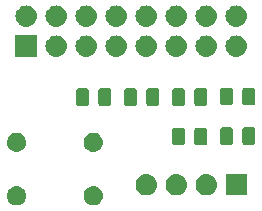
<source format=gts>
G04 #@! TF.GenerationSoftware,KiCad,Pcbnew,(5.1.2)-1*
G04 #@! TF.CreationDate,2019-05-14T16:37:42-04:00*
G04 #@! TF.ProjectId,RaspberryPiHat,52617370-6265-4727-9279-50694861742e,1*
G04 #@! TF.SameCoordinates,Original*
G04 #@! TF.FileFunction,Soldermask,Top*
G04 #@! TF.FilePolarity,Negative*
%FSLAX46Y46*%
G04 Gerber Fmt 4.6, Leading zero omitted, Abs format (unit mm)*
G04 Created by KiCad (PCBNEW (5.1.2)-1) date 2019-05-14 16:37:42*
%MOMM*%
%LPD*%
G04 APERTURE LIST*
%ADD10C,0.100000*%
G04 APERTURE END LIST*
D10*
G36*
X98349146Y-80445521D02*
G01*
X98428775Y-80453364D01*
X98566779Y-80495227D01*
X98582029Y-80499853D01*
X98723262Y-80575344D01*
X98847058Y-80676941D01*
X98948655Y-80800737D01*
X99024146Y-80941970D01*
X99024147Y-80941973D01*
X99070635Y-81095224D01*
X99086332Y-81254600D01*
X99070635Y-81413976D01*
X99024147Y-81567227D01*
X99024146Y-81567230D01*
X98948655Y-81708463D01*
X98847058Y-81832259D01*
X98723262Y-81933856D01*
X98582029Y-82009347D01*
X98582026Y-82009348D01*
X98428775Y-82055836D01*
X98349146Y-82063679D01*
X98309333Y-82067600D01*
X98229465Y-82067600D01*
X98189652Y-82063679D01*
X98110023Y-82055836D01*
X97956772Y-82009348D01*
X97956769Y-82009347D01*
X97815536Y-81933856D01*
X97691740Y-81832259D01*
X97590143Y-81708463D01*
X97514652Y-81567230D01*
X97514651Y-81567227D01*
X97468163Y-81413976D01*
X97452466Y-81254600D01*
X97468163Y-81095224D01*
X97514651Y-80941973D01*
X97514652Y-80941970D01*
X97590143Y-80800737D01*
X97691740Y-80676941D01*
X97815536Y-80575344D01*
X97956769Y-80499853D01*
X97972019Y-80495227D01*
X98110023Y-80453364D01*
X98189652Y-80445521D01*
X98229465Y-80441600D01*
X98309333Y-80441600D01*
X98349146Y-80445521D01*
X98349146Y-80445521D01*
G37*
G36*
X91846746Y-80445521D02*
G01*
X91926375Y-80453364D01*
X92064379Y-80495227D01*
X92079629Y-80499853D01*
X92220862Y-80575344D01*
X92344658Y-80676941D01*
X92446255Y-80800737D01*
X92521746Y-80941970D01*
X92521747Y-80941973D01*
X92568235Y-81095224D01*
X92583932Y-81254600D01*
X92568235Y-81413976D01*
X92521747Y-81567227D01*
X92521746Y-81567230D01*
X92446255Y-81708463D01*
X92344658Y-81832259D01*
X92220862Y-81933856D01*
X92079629Y-82009347D01*
X92079626Y-82009348D01*
X91926375Y-82055836D01*
X91846746Y-82063679D01*
X91806933Y-82067600D01*
X91727065Y-82067600D01*
X91687252Y-82063679D01*
X91607623Y-82055836D01*
X91454372Y-82009348D01*
X91454369Y-82009347D01*
X91313136Y-81933856D01*
X91189340Y-81832259D01*
X91087743Y-81708463D01*
X91012252Y-81567230D01*
X91012251Y-81567227D01*
X90965763Y-81413976D01*
X90950066Y-81254600D01*
X90965763Y-81095224D01*
X91012251Y-80941973D01*
X91012252Y-80941970D01*
X91087743Y-80800737D01*
X91189340Y-80676941D01*
X91313136Y-80575344D01*
X91454369Y-80499853D01*
X91469619Y-80495227D01*
X91607623Y-80453364D01*
X91687252Y-80445521D01*
X91727065Y-80441600D01*
X91806933Y-80441600D01*
X91846746Y-80445521D01*
X91846746Y-80445521D01*
G37*
G36*
X105400443Y-79424119D02*
G01*
X105466627Y-79430637D01*
X105636466Y-79482157D01*
X105792991Y-79565822D01*
X105828729Y-79595152D01*
X105930186Y-79678414D01*
X106013448Y-79779871D01*
X106042778Y-79815609D01*
X106126443Y-79972134D01*
X106177963Y-80141973D01*
X106195359Y-80318600D01*
X106177963Y-80495227D01*
X106126443Y-80665066D01*
X106042778Y-80821591D01*
X106013448Y-80857329D01*
X105930186Y-80958786D01*
X105828729Y-81042048D01*
X105792991Y-81071378D01*
X105636466Y-81155043D01*
X105466627Y-81206563D01*
X105400442Y-81213082D01*
X105334260Y-81219600D01*
X105245740Y-81219600D01*
X105179558Y-81213082D01*
X105113373Y-81206563D01*
X104943534Y-81155043D01*
X104787009Y-81071378D01*
X104751271Y-81042048D01*
X104649814Y-80958786D01*
X104566552Y-80857329D01*
X104537222Y-80821591D01*
X104453557Y-80665066D01*
X104402037Y-80495227D01*
X104384641Y-80318600D01*
X104402037Y-80141973D01*
X104453557Y-79972134D01*
X104537222Y-79815609D01*
X104566552Y-79779871D01*
X104649814Y-79678414D01*
X104751271Y-79595152D01*
X104787009Y-79565822D01*
X104943534Y-79482157D01*
X105113373Y-79430637D01*
X105179557Y-79424119D01*
X105245740Y-79417600D01*
X105334260Y-79417600D01*
X105400443Y-79424119D01*
X105400443Y-79424119D01*
G37*
G36*
X107940443Y-79424119D02*
G01*
X108006627Y-79430637D01*
X108176466Y-79482157D01*
X108332991Y-79565822D01*
X108368729Y-79595152D01*
X108470186Y-79678414D01*
X108553448Y-79779871D01*
X108582778Y-79815609D01*
X108666443Y-79972134D01*
X108717963Y-80141973D01*
X108735359Y-80318600D01*
X108717963Y-80495227D01*
X108666443Y-80665066D01*
X108582778Y-80821591D01*
X108553448Y-80857329D01*
X108470186Y-80958786D01*
X108368729Y-81042048D01*
X108332991Y-81071378D01*
X108176466Y-81155043D01*
X108006627Y-81206563D01*
X107940442Y-81213082D01*
X107874260Y-81219600D01*
X107785740Y-81219600D01*
X107719558Y-81213082D01*
X107653373Y-81206563D01*
X107483534Y-81155043D01*
X107327009Y-81071378D01*
X107291271Y-81042048D01*
X107189814Y-80958786D01*
X107106552Y-80857329D01*
X107077222Y-80821591D01*
X106993557Y-80665066D01*
X106942037Y-80495227D01*
X106924641Y-80318600D01*
X106942037Y-80141973D01*
X106993557Y-79972134D01*
X107077222Y-79815609D01*
X107106552Y-79779871D01*
X107189814Y-79678414D01*
X107291271Y-79595152D01*
X107327009Y-79565822D01*
X107483534Y-79482157D01*
X107653373Y-79430637D01*
X107719557Y-79424119D01*
X107785740Y-79417600D01*
X107874260Y-79417600D01*
X107940443Y-79424119D01*
X107940443Y-79424119D01*
G37*
G36*
X111271000Y-81219600D02*
G01*
X109469000Y-81219600D01*
X109469000Y-79417600D01*
X111271000Y-79417600D01*
X111271000Y-81219600D01*
X111271000Y-81219600D01*
G37*
G36*
X102860443Y-79424119D02*
G01*
X102926627Y-79430637D01*
X103096466Y-79482157D01*
X103252991Y-79565822D01*
X103288729Y-79595152D01*
X103390186Y-79678414D01*
X103473448Y-79779871D01*
X103502778Y-79815609D01*
X103586443Y-79972134D01*
X103637963Y-80141973D01*
X103655359Y-80318600D01*
X103637963Y-80495227D01*
X103586443Y-80665066D01*
X103502778Y-80821591D01*
X103473448Y-80857329D01*
X103390186Y-80958786D01*
X103288729Y-81042048D01*
X103252991Y-81071378D01*
X103096466Y-81155043D01*
X102926627Y-81206563D01*
X102860442Y-81213082D01*
X102794260Y-81219600D01*
X102705740Y-81219600D01*
X102639558Y-81213082D01*
X102573373Y-81206563D01*
X102403534Y-81155043D01*
X102247009Y-81071378D01*
X102211271Y-81042048D01*
X102109814Y-80958786D01*
X102026552Y-80857329D01*
X101997222Y-80821591D01*
X101913557Y-80665066D01*
X101862037Y-80495227D01*
X101844641Y-80318600D01*
X101862037Y-80141973D01*
X101913557Y-79972134D01*
X101997222Y-79815609D01*
X102026552Y-79779871D01*
X102109814Y-79678414D01*
X102211271Y-79595152D01*
X102247009Y-79565822D01*
X102403534Y-79482157D01*
X102573373Y-79430637D01*
X102639557Y-79424119D01*
X102705740Y-79417600D01*
X102794260Y-79417600D01*
X102860443Y-79424119D01*
X102860443Y-79424119D01*
G37*
G36*
X91846746Y-75924321D02*
G01*
X91926375Y-75932164D01*
X92079626Y-75978652D01*
X92079629Y-75978653D01*
X92220862Y-76054144D01*
X92344658Y-76155741D01*
X92446255Y-76279537D01*
X92521746Y-76420770D01*
X92521747Y-76420773D01*
X92568235Y-76574024D01*
X92583932Y-76733400D01*
X92568235Y-76892776D01*
X92538492Y-76990826D01*
X92521746Y-77046030D01*
X92446255Y-77187263D01*
X92344658Y-77311059D01*
X92220862Y-77412656D01*
X92079629Y-77488147D01*
X92079626Y-77488148D01*
X91926375Y-77534636D01*
X91846746Y-77542479D01*
X91806933Y-77546400D01*
X91727065Y-77546400D01*
X91687252Y-77542479D01*
X91607623Y-77534636D01*
X91454372Y-77488148D01*
X91454369Y-77488147D01*
X91313136Y-77412656D01*
X91189340Y-77311059D01*
X91087743Y-77187263D01*
X91012252Y-77046030D01*
X90995506Y-76990826D01*
X90965763Y-76892776D01*
X90950066Y-76733400D01*
X90965763Y-76574024D01*
X91012251Y-76420773D01*
X91012252Y-76420770D01*
X91087743Y-76279537D01*
X91189340Y-76155741D01*
X91313136Y-76054144D01*
X91454369Y-75978653D01*
X91454372Y-75978652D01*
X91607623Y-75932164D01*
X91687252Y-75924321D01*
X91727065Y-75920400D01*
X91806933Y-75920400D01*
X91846746Y-75924321D01*
X91846746Y-75924321D01*
G37*
G36*
X98349146Y-75924321D02*
G01*
X98428775Y-75932164D01*
X98582026Y-75978652D01*
X98582029Y-75978653D01*
X98723262Y-76054144D01*
X98847058Y-76155741D01*
X98948655Y-76279537D01*
X99024146Y-76420770D01*
X99024147Y-76420773D01*
X99070635Y-76574024D01*
X99086332Y-76733400D01*
X99070635Y-76892776D01*
X99040892Y-76990826D01*
X99024146Y-77046030D01*
X98948655Y-77187263D01*
X98847058Y-77311059D01*
X98723262Y-77412656D01*
X98582029Y-77488147D01*
X98582026Y-77488148D01*
X98428775Y-77534636D01*
X98349146Y-77542479D01*
X98309333Y-77546400D01*
X98229465Y-77546400D01*
X98189652Y-77542479D01*
X98110023Y-77534636D01*
X97956772Y-77488148D01*
X97956769Y-77488147D01*
X97815536Y-77412656D01*
X97691740Y-77311059D01*
X97590143Y-77187263D01*
X97514652Y-77046030D01*
X97497906Y-76990826D01*
X97468163Y-76892776D01*
X97452466Y-76733400D01*
X97468163Y-76574024D01*
X97514651Y-76420773D01*
X97514652Y-76420770D01*
X97590143Y-76279537D01*
X97691740Y-76155741D01*
X97815536Y-76054144D01*
X97956769Y-75978653D01*
X97956772Y-75978652D01*
X98110023Y-75932164D01*
X98189652Y-75924321D01*
X98229465Y-75920400D01*
X98309333Y-75920400D01*
X98349146Y-75924321D01*
X98349146Y-75924321D01*
G37*
G36*
X105860468Y-75498565D02*
G01*
X105899138Y-75510296D01*
X105934777Y-75529346D01*
X105966017Y-75554983D01*
X105991654Y-75586223D01*
X106010704Y-75621862D01*
X106022435Y-75660532D01*
X106027000Y-75706888D01*
X106027000Y-76783112D01*
X106022435Y-76829468D01*
X106010704Y-76868138D01*
X105991654Y-76903777D01*
X105966017Y-76935017D01*
X105934777Y-76960654D01*
X105899138Y-76979704D01*
X105860468Y-76991435D01*
X105814112Y-76996000D01*
X105162888Y-76996000D01*
X105116532Y-76991435D01*
X105077862Y-76979704D01*
X105042223Y-76960654D01*
X105010983Y-76935017D01*
X104985346Y-76903777D01*
X104966296Y-76868138D01*
X104954565Y-76829468D01*
X104950000Y-76783112D01*
X104950000Y-75706888D01*
X104954565Y-75660532D01*
X104966296Y-75621862D01*
X104985346Y-75586223D01*
X105010983Y-75554983D01*
X105042223Y-75529346D01*
X105077862Y-75510296D01*
X105116532Y-75498565D01*
X105162888Y-75494000D01*
X105814112Y-75494000D01*
X105860468Y-75498565D01*
X105860468Y-75498565D01*
G37*
G36*
X107735468Y-75498565D02*
G01*
X107774138Y-75510296D01*
X107809777Y-75529346D01*
X107841017Y-75554983D01*
X107866654Y-75586223D01*
X107885704Y-75621862D01*
X107897435Y-75660532D01*
X107902000Y-75706888D01*
X107902000Y-76783112D01*
X107897435Y-76829468D01*
X107885704Y-76868138D01*
X107866654Y-76903777D01*
X107841017Y-76935017D01*
X107809777Y-76960654D01*
X107774138Y-76979704D01*
X107735468Y-76991435D01*
X107689112Y-76996000D01*
X107037888Y-76996000D01*
X106991532Y-76991435D01*
X106952862Y-76979704D01*
X106917223Y-76960654D01*
X106885983Y-76935017D01*
X106860346Y-76903777D01*
X106841296Y-76868138D01*
X106829565Y-76829468D01*
X106825000Y-76783112D01*
X106825000Y-75706888D01*
X106829565Y-75660532D01*
X106841296Y-75621862D01*
X106860346Y-75586223D01*
X106885983Y-75554983D01*
X106917223Y-75529346D01*
X106952862Y-75510296D01*
X106991532Y-75498565D01*
X107037888Y-75494000D01*
X107689112Y-75494000D01*
X107735468Y-75498565D01*
X107735468Y-75498565D01*
G37*
G36*
X109924468Y-75453565D02*
G01*
X109963138Y-75465296D01*
X109998777Y-75484346D01*
X110030017Y-75509983D01*
X110055654Y-75541223D01*
X110074704Y-75576862D01*
X110086435Y-75615532D01*
X110091000Y-75661888D01*
X110091000Y-76738112D01*
X110086435Y-76784468D01*
X110074704Y-76823138D01*
X110055654Y-76858777D01*
X110030017Y-76890017D01*
X109998777Y-76915654D01*
X109963138Y-76934704D01*
X109924468Y-76946435D01*
X109878112Y-76951000D01*
X109226888Y-76951000D01*
X109180532Y-76946435D01*
X109141862Y-76934704D01*
X109106223Y-76915654D01*
X109074983Y-76890017D01*
X109049346Y-76858777D01*
X109030296Y-76823138D01*
X109018565Y-76784468D01*
X109014000Y-76738112D01*
X109014000Y-75661888D01*
X109018565Y-75615532D01*
X109030296Y-75576862D01*
X109049346Y-75541223D01*
X109074983Y-75509983D01*
X109106223Y-75484346D01*
X109141862Y-75465296D01*
X109180532Y-75453565D01*
X109226888Y-75449000D01*
X109878112Y-75449000D01*
X109924468Y-75453565D01*
X109924468Y-75453565D01*
G37*
G36*
X111799468Y-75453565D02*
G01*
X111838138Y-75465296D01*
X111873777Y-75484346D01*
X111905017Y-75509983D01*
X111930654Y-75541223D01*
X111949704Y-75576862D01*
X111961435Y-75615532D01*
X111966000Y-75661888D01*
X111966000Y-76738112D01*
X111961435Y-76784468D01*
X111949704Y-76823138D01*
X111930654Y-76858777D01*
X111905017Y-76890017D01*
X111873777Y-76915654D01*
X111838138Y-76934704D01*
X111799468Y-76946435D01*
X111753112Y-76951000D01*
X111101888Y-76951000D01*
X111055532Y-76946435D01*
X111016862Y-76934704D01*
X110981223Y-76915654D01*
X110949983Y-76890017D01*
X110924346Y-76858777D01*
X110905296Y-76823138D01*
X110893565Y-76784468D01*
X110889000Y-76738112D01*
X110889000Y-75661888D01*
X110893565Y-75615532D01*
X110905296Y-75576862D01*
X110924346Y-75541223D01*
X110949983Y-75509983D01*
X110981223Y-75484346D01*
X111016862Y-75465296D01*
X111055532Y-75453565D01*
X111101888Y-75449000D01*
X111753112Y-75449000D01*
X111799468Y-75453565D01*
X111799468Y-75453565D01*
G37*
G36*
X99607468Y-72151565D02*
G01*
X99646138Y-72163296D01*
X99681777Y-72182346D01*
X99713017Y-72207983D01*
X99738654Y-72239223D01*
X99757704Y-72274862D01*
X99769435Y-72313532D01*
X99774000Y-72359888D01*
X99774000Y-73436112D01*
X99769435Y-73482468D01*
X99757704Y-73521138D01*
X99738654Y-73556777D01*
X99713017Y-73588017D01*
X99681777Y-73613654D01*
X99646138Y-73632704D01*
X99607468Y-73644435D01*
X99561112Y-73649000D01*
X98909888Y-73649000D01*
X98863532Y-73644435D01*
X98824862Y-73632704D01*
X98789223Y-73613654D01*
X98757983Y-73588017D01*
X98732346Y-73556777D01*
X98713296Y-73521138D01*
X98701565Y-73482468D01*
X98697000Y-73436112D01*
X98697000Y-72359888D01*
X98701565Y-72313532D01*
X98713296Y-72274862D01*
X98732346Y-72239223D01*
X98757983Y-72207983D01*
X98789223Y-72182346D01*
X98824862Y-72163296D01*
X98863532Y-72151565D01*
X98909888Y-72147000D01*
X99561112Y-72147000D01*
X99607468Y-72151565D01*
X99607468Y-72151565D01*
G37*
G36*
X97732468Y-72151565D02*
G01*
X97771138Y-72163296D01*
X97806777Y-72182346D01*
X97838017Y-72207983D01*
X97863654Y-72239223D01*
X97882704Y-72274862D01*
X97894435Y-72313532D01*
X97899000Y-72359888D01*
X97899000Y-73436112D01*
X97894435Y-73482468D01*
X97882704Y-73521138D01*
X97863654Y-73556777D01*
X97838017Y-73588017D01*
X97806777Y-73613654D01*
X97771138Y-73632704D01*
X97732468Y-73644435D01*
X97686112Y-73649000D01*
X97034888Y-73649000D01*
X96988532Y-73644435D01*
X96949862Y-73632704D01*
X96914223Y-73613654D01*
X96882983Y-73588017D01*
X96857346Y-73556777D01*
X96838296Y-73521138D01*
X96826565Y-73482468D01*
X96822000Y-73436112D01*
X96822000Y-72359888D01*
X96826565Y-72313532D01*
X96838296Y-72274862D01*
X96857346Y-72239223D01*
X96882983Y-72207983D01*
X96914223Y-72182346D01*
X96949862Y-72163296D01*
X96988532Y-72151565D01*
X97034888Y-72147000D01*
X97686112Y-72147000D01*
X97732468Y-72151565D01*
X97732468Y-72151565D01*
G37*
G36*
X103671468Y-72151565D02*
G01*
X103710138Y-72163296D01*
X103745777Y-72182346D01*
X103777017Y-72207983D01*
X103802654Y-72239223D01*
X103821704Y-72274862D01*
X103833435Y-72313532D01*
X103838000Y-72359888D01*
X103838000Y-73436112D01*
X103833435Y-73482468D01*
X103821704Y-73521138D01*
X103802654Y-73556777D01*
X103777017Y-73588017D01*
X103745777Y-73613654D01*
X103710138Y-73632704D01*
X103671468Y-73644435D01*
X103625112Y-73649000D01*
X102973888Y-73649000D01*
X102927532Y-73644435D01*
X102888862Y-73632704D01*
X102853223Y-73613654D01*
X102821983Y-73588017D01*
X102796346Y-73556777D01*
X102777296Y-73521138D01*
X102765565Y-73482468D01*
X102761000Y-73436112D01*
X102761000Y-72359888D01*
X102765565Y-72313532D01*
X102777296Y-72274862D01*
X102796346Y-72239223D01*
X102821983Y-72207983D01*
X102853223Y-72182346D01*
X102888862Y-72163296D01*
X102927532Y-72151565D01*
X102973888Y-72147000D01*
X103625112Y-72147000D01*
X103671468Y-72151565D01*
X103671468Y-72151565D01*
G37*
G36*
X101796468Y-72151565D02*
G01*
X101835138Y-72163296D01*
X101870777Y-72182346D01*
X101902017Y-72207983D01*
X101927654Y-72239223D01*
X101946704Y-72274862D01*
X101958435Y-72313532D01*
X101963000Y-72359888D01*
X101963000Y-73436112D01*
X101958435Y-73482468D01*
X101946704Y-73521138D01*
X101927654Y-73556777D01*
X101902017Y-73588017D01*
X101870777Y-73613654D01*
X101835138Y-73632704D01*
X101796468Y-73644435D01*
X101750112Y-73649000D01*
X101098888Y-73649000D01*
X101052532Y-73644435D01*
X101013862Y-73632704D01*
X100978223Y-73613654D01*
X100946983Y-73588017D01*
X100921346Y-73556777D01*
X100902296Y-73521138D01*
X100890565Y-73482468D01*
X100886000Y-73436112D01*
X100886000Y-72359888D01*
X100890565Y-72313532D01*
X100902296Y-72274862D01*
X100921346Y-72239223D01*
X100946983Y-72207983D01*
X100978223Y-72182346D01*
X101013862Y-72163296D01*
X101052532Y-72151565D01*
X101098888Y-72147000D01*
X101750112Y-72147000D01*
X101796468Y-72151565D01*
X101796468Y-72151565D01*
G37*
G36*
X107735468Y-72151565D02*
G01*
X107774138Y-72163296D01*
X107809777Y-72182346D01*
X107841017Y-72207983D01*
X107866654Y-72239223D01*
X107885704Y-72274862D01*
X107897435Y-72313532D01*
X107902000Y-72359888D01*
X107902000Y-73436112D01*
X107897435Y-73482468D01*
X107885704Y-73521138D01*
X107866654Y-73556777D01*
X107841017Y-73588017D01*
X107809777Y-73613654D01*
X107774138Y-73632704D01*
X107735468Y-73644435D01*
X107689112Y-73649000D01*
X107037888Y-73649000D01*
X106991532Y-73644435D01*
X106952862Y-73632704D01*
X106917223Y-73613654D01*
X106885983Y-73588017D01*
X106860346Y-73556777D01*
X106841296Y-73521138D01*
X106829565Y-73482468D01*
X106825000Y-73436112D01*
X106825000Y-72359888D01*
X106829565Y-72313532D01*
X106841296Y-72274862D01*
X106860346Y-72239223D01*
X106885983Y-72207983D01*
X106917223Y-72182346D01*
X106952862Y-72163296D01*
X106991532Y-72151565D01*
X107037888Y-72147000D01*
X107689112Y-72147000D01*
X107735468Y-72151565D01*
X107735468Y-72151565D01*
G37*
G36*
X105860468Y-72151565D02*
G01*
X105899138Y-72163296D01*
X105934777Y-72182346D01*
X105966017Y-72207983D01*
X105991654Y-72239223D01*
X106010704Y-72274862D01*
X106022435Y-72313532D01*
X106027000Y-72359888D01*
X106027000Y-73436112D01*
X106022435Y-73482468D01*
X106010704Y-73521138D01*
X105991654Y-73556777D01*
X105966017Y-73588017D01*
X105934777Y-73613654D01*
X105899138Y-73632704D01*
X105860468Y-73644435D01*
X105814112Y-73649000D01*
X105162888Y-73649000D01*
X105116532Y-73644435D01*
X105077862Y-73632704D01*
X105042223Y-73613654D01*
X105010983Y-73588017D01*
X104985346Y-73556777D01*
X104966296Y-73521138D01*
X104954565Y-73482468D01*
X104950000Y-73436112D01*
X104950000Y-72359888D01*
X104954565Y-72313532D01*
X104966296Y-72274862D01*
X104985346Y-72239223D01*
X105010983Y-72207983D01*
X105042223Y-72182346D01*
X105077862Y-72163296D01*
X105116532Y-72151565D01*
X105162888Y-72147000D01*
X105814112Y-72147000D01*
X105860468Y-72151565D01*
X105860468Y-72151565D01*
G37*
G36*
X109924468Y-72106565D02*
G01*
X109963138Y-72118296D01*
X109998777Y-72137346D01*
X110030017Y-72162983D01*
X110055654Y-72194223D01*
X110074704Y-72229862D01*
X110086435Y-72268532D01*
X110091000Y-72314888D01*
X110091000Y-73391112D01*
X110086435Y-73437468D01*
X110074704Y-73476138D01*
X110055654Y-73511777D01*
X110030017Y-73543017D01*
X109998777Y-73568654D01*
X109963138Y-73587704D01*
X109924468Y-73599435D01*
X109878112Y-73604000D01*
X109226888Y-73604000D01*
X109180532Y-73599435D01*
X109141862Y-73587704D01*
X109106223Y-73568654D01*
X109074983Y-73543017D01*
X109049346Y-73511777D01*
X109030296Y-73476138D01*
X109018565Y-73437468D01*
X109014000Y-73391112D01*
X109014000Y-72314888D01*
X109018565Y-72268532D01*
X109030296Y-72229862D01*
X109049346Y-72194223D01*
X109074983Y-72162983D01*
X109106223Y-72137346D01*
X109141862Y-72118296D01*
X109180532Y-72106565D01*
X109226888Y-72102000D01*
X109878112Y-72102000D01*
X109924468Y-72106565D01*
X109924468Y-72106565D01*
G37*
G36*
X111799468Y-72106565D02*
G01*
X111838138Y-72118296D01*
X111873777Y-72137346D01*
X111905017Y-72162983D01*
X111930654Y-72194223D01*
X111949704Y-72229862D01*
X111961435Y-72268532D01*
X111966000Y-72314888D01*
X111966000Y-73391112D01*
X111961435Y-73437468D01*
X111949704Y-73476138D01*
X111930654Y-73511777D01*
X111905017Y-73543017D01*
X111873777Y-73568654D01*
X111838138Y-73587704D01*
X111799468Y-73599435D01*
X111753112Y-73604000D01*
X111101888Y-73604000D01*
X111055532Y-73599435D01*
X111016862Y-73587704D01*
X110981223Y-73568654D01*
X110949983Y-73543017D01*
X110924346Y-73511777D01*
X110905296Y-73476138D01*
X110893565Y-73437468D01*
X110889000Y-73391112D01*
X110889000Y-72314888D01*
X110893565Y-72268532D01*
X110905296Y-72229862D01*
X110924346Y-72194223D01*
X110949983Y-72162983D01*
X110981223Y-72137346D01*
X111016862Y-72118296D01*
X111055532Y-72106565D01*
X111101888Y-72102000D01*
X111753112Y-72102000D01*
X111799468Y-72106565D01*
X111799468Y-72106565D01*
G37*
G36*
X110473443Y-67685519D02*
G01*
X110539627Y-67692037D01*
X110709466Y-67743557D01*
X110865991Y-67827222D01*
X110901729Y-67856552D01*
X111003186Y-67939814D01*
X111086448Y-68041271D01*
X111115778Y-68077009D01*
X111199443Y-68233534D01*
X111250963Y-68403373D01*
X111268359Y-68580000D01*
X111250963Y-68756627D01*
X111199443Y-68926466D01*
X111115778Y-69082991D01*
X111086448Y-69118729D01*
X111003186Y-69220186D01*
X110901729Y-69303448D01*
X110865991Y-69332778D01*
X110709466Y-69416443D01*
X110539627Y-69467963D01*
X110473442Y-69474482D01*
X110407260Y-69481000D01*
X110318740Y-69481000D01*
X110252558Y-69474482D01*
X110186373Y-69467963D01*
X110016534Y-69416443D01*
X109860009Y-69332778D01*
X109824271Y-69303448D01*
X109722814Y-69220186D01*
X109639552Y-69118729D01*
X109610222Y-69082991D01*
X109526557Y-68926466D01*
X109475037Y-68756627D01*
X109457641Y-68580000D01*
X109475037Y-68403373D01*
X109526557Y-68233534D01*
X109610222Y-68077009D01*
X109639552Y-68041271D01*
X109722814Y-67939814D01*
X109824271Y-67856552D01*
X109860009Y-67827222D01*
X110016534Y-67743557D01*
X110186373Y-67692037D01*
X110252557Y-67685519D01*
X110318740Y-67679000D01*
X110407260Y-67679000D01*
X110473443Y-67685519D01*
X110473443Y-67685519D01*
G37*
G36*
X100313443Y-67685519D02*
G01*
X100379627Y-67692037D01*
X100549466Y-67743557D01*
X100705991Y-67827222D01*
X100741729Y-67856552D01*
X100843186Y-67939814D01*
X100926448Y-68041271D01*
X100955778Y-68077009D01*
X101039443Y-68233534D01*
X101090963Y-68403373D01*
X101108359Y-68580000D01*
X101090963Y-68756627D01*
X101039443Y-68926466D01*
X100955778Y-69082991D01*
X100926448Y-69118729D01*
X100843186Y-69220186D01*
X100741729Y-69303448D01*
X100705991Y-69332778D01*
X100549466Y-69416443D01*
X100379627Y-69467963D01*
X100313442Y-69474482D01*
X100247260Y-69481000D01*
X100158740Y-69481000D01*
X100092558Y-69474482D01*
X100026373Y-69467963D01*
X99856534Y-69416443D01*
X99700009Y-69332778D01*
X99664271Y-69303448D01*
X99562814Y-69220186D01*
X99479552Y-69118729D01*
X99450222Y-69082991D01*
X99366557Y-68926466D01*
X99315037Y-68756627D01*
X99297641Y-68580000D01*
X99315037Y-68403373D01*
X99366557Y-68233534D01*
X99450222Y-68077009D01*
X99479552Y-68041271D01*
X99562814Y-67939814D01*
X99664271Y-67856552D01*
X99700009Y-67827222D01*
X99856534Y-67743557D01*
X100026373Y-67692037D01*
X100092557Y-67685519D01*
X100158740Y-67679000D01*
X100247260Y-67679000D01*
X100313443Y-67685519D01*
X100313443Y-67685519D01*
G37*
G36*
X97773443Y-67685519D02*
G01*
X97839627Y-67692037D01*
X98009466Y-67743557D01*
X98165991Y-67827222D01*
X98201729Y-67856552D01*
X98303186Y-67939814D01*
X98386448Y-68041271D01*
X98415778Y-68077009D01*
X98499443Y-68233534D01*
X98550963Y-68403373D01*
X98568359Y-68580000D01*
X98550963Y-68756627D01*
X98499443Y-68926466D01*
X98415778Y-69082991D01*
X98386448Y-69118729D01*
X98303186Y-69220186D01*
X98201729Y-69303448D01*
X98165991Y-69332778D01*
X98009466Y-69416443D01*
X97839627Y-69467963D01*
X97773442Y-69474482D01*
X97707260Y-69481000D01*
X97618740Y-69481000D01*
X97552558Y-69474482D01*
X97486373Y-69467963D01*
X97316534Y-69416443D01*
X97160009Y-69332778D01*
X97124271Y-69303448D01*
X97022814Y-69220186D01*
X96939552Y-69118729D01*
X96910222Y-69082991D01*
X96826557Y-68926466D01*
X96775037Y-68756627D01*
X96757641Y-68580000D01*
X96775037Y-68403373D01*
X96826557Y-68233534D01*
X96910222Y-68077009D01*
X96939552Y-68041271D01*
X97022814Y-67939814D01*
X97124271Y-67856552D01*
X97160009Y-67827222D01*
X97316534Y-67743557D01*
X97486373Y-67692037D01*
X97552557Y-67685519D01*
X97618740Y-67679000D01*
X97707260Y-67679000D01*
X97773443Y-67685519D01*
X97773443Y-67685519D01*
G37*
G36*
X95233443Y-67685519D02*
G01*
X95299627Y-67692037D01*
X95469466Y-67743557D01*
X95625991Y-67827222D01*
X95661729Y-67856552D01*
X95763186Y-67939814D01*
X95846448Y-68041271D01*
X95875778Y-68077009D01*
X95959443Y-68233534D01*
X96010963Y-68403373D01*
X96028359Y-68580000D01*
X96010963Y-68756627D01*
X95959443Y-68926466D01*
X95875778Y-69082991D01*
X95846448Y-69118729D01*
X95763186Y-69220186D01*
X95661729Y-69303448D01*
X95625991Y-69332778D01*
X95469466Y-69416443D01*
X95299627Y-69467963D01*
X95233442Y-69474482D01*
X95167260Y-69481000D01*
X95078740Y-69481000D01*
X95012558Y-69474482D01*
X94946373Y-69467963D01*
X94776534Y-69416443D01*
X94620009Y-69332778D01*
X94584271Y-69303448D01*
X94482814Y-69220186D01*
X94399552Y-69118729D01*
X94370222Y-69082991D01*
X94286557Y-68926466D01*
X94235037Y-68756627D01*
X94217641Y-68580000D01*
X94235037Y-68403373D01*
X94286557Y-68233534D01*
X94370222Y-68077009D01*
X94399552Y-68041271D01*
X94482814Y-67939814D01*
X94584271Y-67856552D01*
X94620009Y-67827222D01*
X94776534Y-67743557D01*
X94946373Y-67692037D01*
X95012557Y-67685519D01*
X95078740Y-67679000D01*
X95167260Y-67679000D01*
X95233443Y-67685519D01*
X95233443Y-67685519D01*
G37*
G36*
X93484000Y-69481000D02*
G01*
X91682000Y-69481000D01*
X91682000Y-67679000D01*
X93484000Y-67679000D01*
X93484000Y-69481000D01*
X93484000Y-69481000D01*
G37*
G36*
X102853443Y-67685519D02*
G01*
X102919627Y-67692037D01*
X103089466Y-67743557D01*
X103245991Y-67827222D01*
X103281729Y-67856552D01*
X103383186Y-67939814D01*
X103466448Y-68041271D01*
X103495778Y-68077009D01*
X103579443Y-68233534D01*
X103630963Y-68403373D01*
X103648359Y-68580000D01*
X103630963Y-68756627D01*
X103579443Y-68926466D01*
X103495778Y-69082991D01*
X103466448Y-69118729D01*
X103383186Y-69220186D01*
X103281729Y-69303448D01*
X103245991Y-69332778D01*
X103089466Y-69416443D01*
X102919627Y-69467963D01*
X102853442Y-69474482D01*
X102787260Y-69481000D01*
X102698740Y-69481000D01*
X102632558Y-69474482D01*
X102566373Y-69467963D01*
X102396534Y-69416443D01*
X102240009Y-69332778D01*
X102204271Y-69303448D01*
X102102814Y-69220186D01*
X102019552Y-69118729D01*
X101990222Y-69082991D01*
X101906557Y-68926466D01*
X101855037Y-68756627D01*
X101837641Y-68580000D01*
X101855037Y-68403373D01*
X101906557Y-68233534D01*
X101990222Y-68077009D01*
X102019552Y-68041271D01*
X102102814Y-67939814D01*
X102204271Y-67856552D01*
X102240009Y-67827222D01*
X102396534Y-67743557D01*
X102566373Y-67692037D01*
X102632557Y-67685519D01*
X102698740Y-67679000D01*
X102787260Y-67679000D01*
X102853443Y-67685519D01*
X102853443Y-67685519D01*
G37*
G36*
X105393443Y-67685519D02*
G01*
X105459627Y-67692037D01*
X105629466Y-67743557D01*
X105785991Y-67827222D01*
X105821729Y-67856552D01*
X105923186Y-67939814D01*
X106006448Y-68041271D01*
X106035778Y-68077009D01*
X106119443Y-68233534D01*
X106170963Y-68403373D01*
X106188359Y-68580000D01*
X106170963Y-68756627D01*
X106119443Y-68926466D01*
X106035778Y-69082991D01*
X106006448Y-69118729D01*
X105923186Y-69220186D01*
X105821729Y-69303448D01*
X105785991Y-69332778D01*
X105629466Y-69416443D01*
X105459627Y-69467963D01*
X105393442Y-69474482D01*
X105327260Y-69481000D01*
X105238740Y-69481000D01*
X105172558Y-69474482D01*
X105106373Y-69467963D01*
X104936534Y-69416443D01*
X104780009Y-69332778D01*
X104744271Y-69303448D01*
X104642814Y-69220186D01*
X104559552Y-69118729D01*
X104530222Y-69082991D01*
X104446557Y-68926466D01*
X104395037Y-68756627D01*
X104377641Y-68580000D01*
X104395037Y-68403373D01*
X104446557Y-68233534D01*
X104530222Y-68077009D01*
X104559552Y-68041271D01*
X104642814Y-67939814D01*
X104744271Y-67856552D01*
X104780009Y-67827222D01*
X104936534Y-67743557D01*
X105106373Y-67692037D01*
X105172557Y-67685519D01*
X105238740Y-67679000D01*
X105327260Y-67679000D01*
X105393443Y-67685519D01*
X105393443Y-67685519D01*
G37*
G36*
X107933443Y-67685519D02*
G01*
X107999627Y-67692037D01*
X108169466Y-67743557D01*
X108325991Y-67827222D01*
X108361729Y-67856552D01*
X108463186Y-67939814D01*
X108546448Y-68041271D01*
X108575778Y-68077009D01*
X108659443Y-68233534D01*
X108710963Y-68403373D01*
X108728359Y-68580000D01*
X108710963Y-68756627D01*
X108659443Y-68926466D01*
X108575778Y-69082991D01*
X108546448Y-69118729D01*
X108463186Y-69220186D01*
X108361729Y-69303448D01*
X108325991Y-69332778D01*
X108169466Y-69416443D01*
X107999627Y-69467963D01*
X107933442Y-69474482D01*
X107867260Y-69481000D01*
X107778740Y-69481000D01*
X107712558Y-69474482D01*
X107646373Y-69467963D01*
X107476534Y-69416443D01*
X107320009Y-69332778D01*
X107284271Y-69303448D01*
X107182814Y-69220186D01*
X107099552Y-69118729D01*
X107070222Y-69082991D01*
X106986557Y-68926466D01*
X106935037Y-68756627D01*
X106917641Y-68580000D01*
X106935037Y-68403373D01*
X106986557Y-68233534D01*
X107070222Y-68077009D01*
X107099552Y-68041271D01*
X107182814Y-67939814D01*
X107284271Y-67856552D01*
X107320009Y-67827222D01*
X107476534Y-67743557D01*
X107646373Y-67692037D01*
X107712557Y-67685519D01*
X107778740Y-67679000D01*
X107867260Y-67679000D01*
X107933443Y-67685519D01*
X107933443Y-67685519D01*
G37*
G36*
X110473442Y-65145518D02*
G01*
X110539627Y-65152037D01*
X110709466Y-65203557D01*
X110865991Y-65287222D01*
X110901729Y-65316552D01*
X111003186Y-65399814D01*
X111086448Y-65501271D01*
X111115778Y-65537009D01*
X111199443Y-65693534D01*
X111250963Y-65863373D01*
X111268359Y-66040000D01*
X111250963Y-66216627D01*
X111199443Y-66386466D01*
X111115778Y-66542991D01*
X111086448Y-66578729D01*
X111003186Y-66680186D01*
X110901729Y-66763448D01*
X110865991Y-66792778D01*
X110709466Y-66876443D01*
X110539627Y-66927963D01*
X110473442Y-66934482D01*
X110407260Y-66941000D01*
X110318740Y-66941000D01*
X110252558Y-66934482D01*
X110186373Y-66927963D01*
X110016534Y-66876443D01*
X109860009Y-66792778D01*
X109824271Y-66763448D01*
X109722814Y-66680186D01*
X109639552Y-66578729D01*
X109610222Y-66542991D01*
X109526557Y-66386466D01*
X109475037Y-66216627D01*
X109457641Y-66040000D01*
X109475037Y-65863373D01*
X109526557Y-65693534D01*
X109610222Y-65537009D01*
X109639552Y-65501271D01*
X109722814Y-65399814D01*
X109824271Y-65316552D01*
X109860009Y-65287222D01*
X110016534Y-65203557D01*
X110186373Y-65152037D01*
X110252558Y-65145518D01*
X110318740Y-65139000D01*
X110407260Y-65139000D01*
X110473442Y-65145518D01*
X110473442Y-65145518D01*
G37*
G36*
X107933442Y-65145518D02*
G01*
X107999627Y-65152037D01*
X108169466Y-65203557D01*
X108325991Y-65287222D01*
X108361729Y-65316552D01*
X108463186Y-65399814D01*
X108546448Y-65501271D01*
X108575778Y-65537009D01*
X108659443Y-65693534D01*
X108710963Y-65863373D01*
X108728359Y-66040000D01*
X108710963Y-66216627D01*
X108659443Y-66386466D01*
X108575778Y-66542991D01*
X108546448Y-66578729D01*
X108463186Y-66680186D01*
X108361729Y-66763448D01*
X108325991Y-66792778D01*
X108169466Y-66876443D01*
X107999627Y-66927963D01*
X107933442Y-66934482D01*
X107867260Y-66941000D01*
X107778740Y-66941000D01*
X107712558Y-66934482D01*
X107646373Y-66927963D01*
X107476534Y-66876443D01*
X107320009Y-66792778D01*
X107284271Y-66763448D01*
X107182814Y-66680186D01*
X107099552Y-66578729D01*
X107070222Y-66542991D01*
X106986557Y-66386466D01*
X106935037Y-66216627D01*
X106917641Y-66040000D01*
X106935037Y-65863373D01*
X106986557Y-65693534D01*
X107070222Y-65537009D01*
X107099552Y-65501271D01*
X107182814Y-65399814D01*
X107284271Y-65316552D01*
X107320009Y-65287222D01*
X107476534Y-65203557D01*
X107646373Y-65152037D01*
X107712558Y-65145518D01*
X107778740Y-65139000D01*
X107867260Y-65139000D01*
X107933442Y-65145518D01*
X107933442Y-65145518D01*
G37*
G36*
X95233442Y-65145518D02*
G01*
X95299627Y-65152037D01*
X95469466Y-65203557D01*
X95625991Y-65287222D01*
X95661729Y-65316552D01*
X95763186Y-65399814D01*
X95846448Y-65501271D01*
X95875778Y-65537009D01*
X95959443Y-65693534D01*
X96010963Y-65863373D01*
X96028359Y-66040000D01*
X96010963Y-66216627D01*
X95959443Y-66386466D01*
X95875778Y-66542991D01*
X95846448Y-66578729D01*
X95763186Y-66680186D01*
X95661729Y-66763448D01*
X95625991Y-66792778D01*
X95469466Y-66876443D01*
X95299627Y-66927963D01*
X95233442Y-66934482D01*
X95167260Y-66941000D01*
X95078740Y-66941000D01*
X95012558Y-66934482D01*
X94946373Y-66927963D01*
X94776534Y-66876443D01*
X94620009Y-66792778D01*
X94584271Y-66763448D01*
X94482814Y-66680186D01*
X94399552Y-66578729D01*
X94370222Y-66542991D01*
X94286557Y-66386466D01*
X94235037Y-66216627D01*
X94217641Y-66040000D01*
X94235037Y-65863373D01*
X94286557Y-65693534D01*
X94370222Y-65537009D01*
X94399552Y-65501271D01*
X94482814Y-65399814D01*
X94584271Y-65316552D01*
X94620009Y-65287222D01*
X94776534Y-65203557D01*
X94946373Y-65152037D01*
X95012558Y-65145518D01*
X95078740Y-65139000D01*
X95167260Y-65139000D01*
X95233442Y-65145518D01*
X95233442Y-65145518D01*
G37*
G36*
X105393442Y-65145518D02*
G01*
X105459627Y-65152037D01*
X105629466Y-65203557D01*
X105785991Y-65287222D01*
X105821729Y-65316552D01*
X105923186Y-65399814D01*
X106006448Y-65501271D01*
X106035778Y-65537009D01*
X106119443Y-65693534D01*
X106170963Y-65863373D01*
X106188359Y-66040000D01*
X106170963Y-66216627D01*
X106119443Y-66386466D01*
X106035778Y-66542991D01*
X106006448Y-66578729D01*
X105923186Y-66680186D01*
X105821729Y-66763448D01*
X105785991Y-66792778D01*
X105629466Y-66876443D01*
X105459627Y-66927963D01*
X105393442Y-66934482D01*
X105327260Y-66941000D01*
X105238740Y-66941000D01*
X105172558Y-66934482D01*
X105106373Y-66927963D01*
X104936534Y-66876443D01*
X104780009Y-66792778D01*
X104744271Y-66763448D01*
X104642814Y-66680186D01*
X104559552Y-66578729D01*
X104530222Y-66542991D01*
X104446557Y-66386466D01*
X104395037Y-66216627D01*
X104377641Y-66040000D01*
X104395037Y-65863373D01*
X104446557Y-65693534D01*
X104530222Y-65537009D01*
X104559552Y-65501271D01*
X104642814Y-65399814D01*
X104744271Y-65316552D01*
X104780009Y-65287222D01*
X104936534Y-65203557D01*
X105106373Y-65152037D01*
X105172558Y-65145518D01*
X105238740Y-65139000D01*
X105327260Y-65139000D01*
X105393442Y-65145518D01*
X105393442Y-65145518D01*
G37*
G36*
X102853442Y-65145518D02*
G01*
X102919627Y-65152037D01*
X103089466Y-65203557D01*
X103245991Y-65287222D01*
X103281729Y-65316552D01*
X103383186Y-65399814D01*
X103466448Y-65501271D01*
X103495778Y-65537009D01*
X103579443Y-65693534D01*
X103630963Y-65863373D01*
X103648359Y-66040000D01*
X103630963Y-66216627D01*
X103579443Y-66386466D01*
X103495778Y-66542991D01*
X103466448Y-66578729D01*
X103383186Y-66680186D01*
X103281729Y-66763448D01*
X103245991Y-66792778D01*
X103089466Y-66876443D01*
X102919627Y-66927963D01*
X102853442Y-66934482D01*
X102787260Y-66941000D01*
X102698740Y-66941000D01*
X102632558Y-66934482D01*
X102566373Y-66927963D01*
X102396534Y-66876443D01*
X102240009Y-66792778D01*
X102204271Y-66763448D01*
X102102814Y-66680186D01*
X102019552Y-66578729D01*
X101990222Y-66542991D01*
X101906557Y-66386466D01*
X101855037Y-66216627D01*
X101837641Y-66040000D01*
X101855037Y-65863373D01*
X101906557Y-65693534D01*
X101990222Y-65537009D01*
X102019552Y-65501271D01*
X102102814Y-65399814D01*
X102204271Y-65316552D01*
X102240009Y-65287222D01*
X102396534Y-65203557D01*
X102566373Y-65152037D01*
X102632558Y-65145518D01*
X102698740Y-65139000D01*
X102787260Y-65139000D01*
X102853442Y-65145518D01*
X102853442Y-65145518D01*
G37*
G36*
X100313442Y-65145518D02*
G01*
X100379627Y-65152037D01*
X100549466Y-65203557D01*
X100705991Y-65287222D01*
X100741729Y-65316552D01*
X100843186Y-65399814D01*
X100926448Y-65501271D01*
X100955778Y-65537009D01*
X101039443Y-65693534D01*
X101090963Y-65863373D01*
X101108359Y-66040000D01*
X101090963Y-66216627D01*
X101039443Y-66386466D01*
X100955778Y-66542991D01*
X100926448Y-66578729D01*
X100843186Y-66680186D01*
X100741729Y-66763448D01*
X100705991Y-66792778D01*
X100549466Y-66876443D01*
X100379627Y-66927963D01*
X100313442Y-66934482D01*
X100247260Y-66941000D01*
X100158740Y-66941000D01*
X100092558Y-66934482D01*
X100026373Y-66927963D01*
X99856534Y-66876443D01*
X99700009Y-66792778D01*
X99664271Y-66763448D01*
X99562814Y-66680186D01*
X99479552Y-66578729D01*
X99450222Y-66542991D01*
X99366557Y-66386466D01*
X99315037Y-66216627D01*
X99297641Y-66040000D01*
X99315037Y-65863373D01*
X99366557Y-65693534D01*
X99450222Y-65537009D01*
X99479552Y-65501271D01*
X99562814Y-65399814D01*
X99664271Y-65316552D01*
X99700009Y-65287222D01*
X99856534Y-65203557D01*
X100026373Y-65152037D01*
X100092558Y-65145518D01*
X100158740Y-65139000D01*
X100247260Y-65139000D01*
X100313442Y-65145518D01*
X100313442Y-65145518D01*
G37*
G36*
X97773442Y-65145518D02*
G01*
X97839627Y-65152037D01*
X98009466Y-65203557D01*
X98165991Y-65287222D01*
X98201729Y-65316552D01*
X98303186Y-65399814D01*
X98386448Y-65501271D01*
X98415778Y-65537009D01*
X98499443Y-65693534D01*
X98550963Y-65863373D01*
X98568359Y-66040000D01*
X98550963Y-66216627D01*
X98499443Y-66386466D01*
X98415778Y-66542991D01*
X98386448Y-66578729D01*
X98303186Y-66680186D01*
X98201729Y-66763448D01*
X98165991Y-66792778D01*
X98009466Y-66876443D01*
X97839627Y-66927963D01*
X97773442Y-66934482D01*
X97707260Y-66941000D01*
X97618740Y-66941000D01*
X97552558Y-66934482D01*
X97486373Y-66927963D01*
X97316534Y-66876443D01*
X97160009Y-66792778D01*
X97124271Y-66763448D01*
X97022814Y-66680186D01*
X96939552Y-66578729D01*
X96910222Y-66542991D01*
X96826557Y-66386466D01*
X96775037Y-66216627D01*
X96757641Y-66040000D01*
X96775037Y-65863373D01*
X96826557Y-65693534D01*
X96910222Y-65537009D01*
X96939552Y-65501271D01*
X97022814Y-65399814D01*
X97124271Y-65316552D01*
X97160009Y-65287222D01*
X97316534Y-65203557D01*
X97486373Y-65152037D01*
X97552558Y-65145518D01*
X97618740Y-65139000D01*
X97707260Y-65139000D01*
X97773442Y-65145518D01*
X97773442Y-65145518D01*
G37*
G36*
X92693442Y-65145518D02*
G01*
X92759627Y-65152037D01*
X92929466Y-65203557D01*
X93085991Y-65287222D01*
X93121729Y-65316552D01*
X93223186Y-65399814D01*
X93306448Y-65501271D01*
X93335778Y-65537009D01*
X93419443Y-65693534D01*
X93470963Y-65863373D01*
X93488359Y-66040000D01*
X93470963Y-66216627D01*
X93419443Y-66386466D01*
X93335778Y-66542991D01*
X93306448Y-66578729D01*
X93223186Y-66680186D01*
X93121729Y-66763448D01*
X93085991Y-66792778D01*
X92929466Y-66876443D01*
X92759627Y-66927963D01*
X92693442Y-66934482D01*
X92627260Y-66941000D01*
X92538740Y-66941000D01*
X92472558Y-66934482D01*
X92406373Y-66927963D01*
X92236534Y-66876443D01*
X92080009Y-66792778D01*
X92044271Y-66763448D01*
X91942814Y-66680186D01*
X91859552Y-66578729D01*
X91830222Y-66542991D01*
X91746557Y-66386466D01*
X91695037Y-66216627D01*
X91677641Y-66040000D01*
X91695037Y-65863373D01*
X91746557Y-65693534D01*
X91830222Y-65537009D01*
X91859552Y-65501271D01*
X91942814Y-65399814D01*
X92044271Y-65316552D01*
X92080009Y-65287222D01*
X92236534Y-65203557D01*
X92406373Y-65152037D01*
X92472558Y-65145518D01*
X92538740Y-65139000D01*
X92627260Y-65139000D01*
X92693442Y-65145518D01*
X92693442Y-65145518D01*
G37*
M02*

</source>
